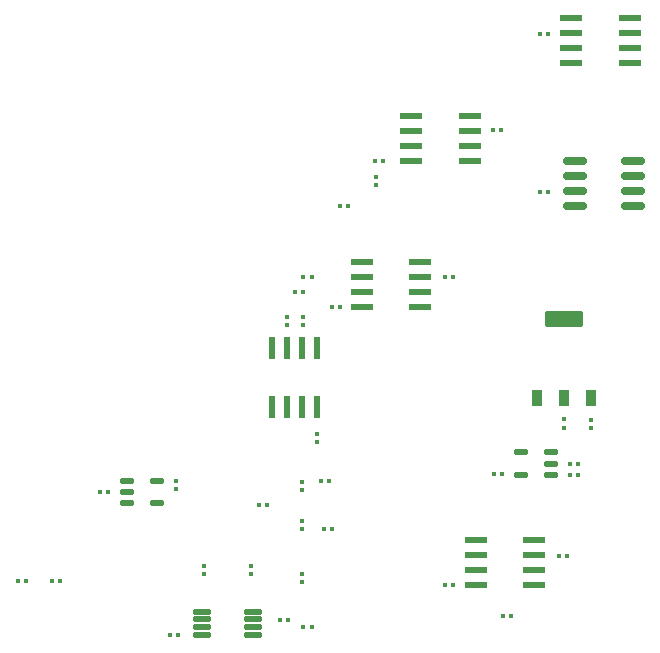
<source format=gbr>
%TF.GenerationSoftware,KiCad,Pcbnew,8.0.5*%
%TF.CreationDate,2024-10-11T16:07:05+03:00*%
%TF.ProjectId,test,74657374-2e6b-4696-9361-645f70636258,rev?*%
%TF.SameCoordinates,Original*%
%TF.FileFunction,Paste,Top*%
%TF.FilePolarity,Positive*%
%FSLAX46Y46*%
G04 Gerber Fmt 4.6, Leading zero omitted, Abs format (unit mm)*
G04 Created by KiCad (PCBNEW 8.0.5) date 2024-10-11 16:07:05*
%MOMM*%
%LPD*%
G01*
G04 APERTURE LIST*
G04 Aperture macros list*
%AMRoundRect*
0 Rectangle with rounded corners*
0 $1 Rounding radius*
0 $2 $3 $4 $5 $6 $7 $8 $9 X,Y pos of 4 corners*
0 Add a 4 corners polygon primitive as box body*
4,1,4,$2,$3,$4,$5,$6,$7,$8,$9,$2,$3,0*
0 Add four circle primitives for the rounded corners*
1,1,$1+$1,$2,$3*
1,1,$1+$1,$4,$5*
1,1,$1+$1,$6,$7*
1,1,$1+$1,$8,$9*
0 Add four rect primitives between the rounded corners*
20,1,$1+$1,$2,$3,$4,$5,0*
20,1,$1+$1,$4,$5,$6,$7,0*
20,1,$1+$1,$6,$7,$8,$9,0*
20,1,$1+$1,$8,$9,$2,$3,0*%
G04 Aperture macros list end*
%ADD10RoundRect,0.079500X-0.100500X0.079500X-0.100500X-0.079500X0.100500X-0.079500X0.100500X0.079500X0*%
%ADD11RoundRect,0.079500X0.100500X-0.079500X0.100500X0.079500X-0.100500X0.079500X-0.100500X-0.079500X0*%
%ADD12R,1.981200X0.558800*%
%ADD13RoundRect,0.079500X-0.079500X-0.100500X0.079500X-0.100500X0.079500X0.100500X-0.079500X0.100500X0*%
%ADD14RoundRect,0.147500X-0.457500X-0.147500X0.457500X-0.147500X0.457500X0.147500X-0.457500X0.147500X0*%
%ADD15RoundRect,0.079500X0.079500X0.100500X-0.079500X0.100500X-0.079500X-0.100500X0.079500X-0.100500X0*%
%ADD16RoundRect,0.147500X0.457500X0.147500X-0.457500X0.147500X-0.457500X-0.147500X0.457500X-0.147500X0*%
%ADD17R,0.558800X1.981200*%
%ADD18RoundRect,0.150000X-0.825000X-0.150000X0.825000X-0.150000X0.825000X0.150000X-0.825000X0.150000X0*%
%ADD19RoundRect,0.060000X-0.675000X-0.180000X0.675000X-0.180000X0.675000X0.180000X-0.675000X0.180000X0*%
%ADD20RoundRect,0.098250X-1.521750X-0.556750X1.521750X-0.556750X1.521750X0.556750X-1.521750X0.556750X0*%
%ADD21RoundRect,0.069750X-0.395250X-0.585250X0.395250X-0.585250X0.395250X0.585250X-0.395250X0.585250X0*%
G04 APERTURE END LIST*
D10*
%TO.C,C3*%
X22800000Y-45745000D03*
X22800000Y-45055000D03*
%TD*%
D11*
%TO.C,R12*%
X33400000Y-52955000D03*
X33400000Y-53645000D03*
%TD*%
D12*
%TO.C,U5*%
X53063800Y-50095000D03*
X53063800Y-51365000D03*
X53063800Y-52635000D03*
X53063800Y-53905000D03*
X48136200Y-53905000D03*
X48136200Y-52635000D03*
X48136200Y-51365000D03*
X48136200Y-50095000D03*
%TD*%
D13*
%TO.C,C12*%
X30465000Y-47100000D03*
X29775000Y-47100000D03*
%TD*%
D14*
%TO.C,U4*%
X21155000Y-45050000D03*
X21155000Y-46950000D03*
X18645000Y-46950000D03*
X18645000Y-46000000D03*
X18645000Y-45050000D03*
%TD*%
D15*
%TO.C,C18*%
X56100000Y-43600000D03*
X56790000Y-43600000D03*
%TD*%
%TO.C,C19*%
X56100000Y-44600000D03*
X56790000Y-44600000D03*
%TD*%
D12*
%TO.C,U10*%
X61163800Y-5895000D03*
X61163800Y-7165000D03*
X61163800Y-8435000D03*
X61163800Y-9705000D03*
X56236200Y-9705000D03*
X56236200Y-8435000D03*
X56236200Y-7165000D03*
X56236200Y-5895000D03*
%TD*%
D13*
%TO.C,R11*%
X12945000Y-53500000D03*
X12255000Y-53500000D03*
%TD*%
%TO.C,C13*%
X35725000Y-45100000D03*
X35035000Y-45100000D03*
%TD*%
%TO.C,C20*%
X54245000Y-7200000D03*
X53555000Y-7200000D03*
%TD*%
%TO.C,C23*%
X46245000Y-53900000D03*
X45555000Y-53900000D03*
%TD*%
%TO.C,R13*%
X34245000Y-57400000D03*
X33555000Y-57400000D03*
%TD*%
D15*
%TO.C,R18*%
X33555000Y-27800000D03*
X34245000Y-27800000D03*
%TD*%
D10*
%TO.C,R10*%
X29100000Y-52945000D03*
X29100000Y-52255000D03*
%TD*%
D11*
%TO.C,C1*%
X57900000Y-40565000D03*
X57900000Y-39875000D03*
%TD*%
%TO.C,R16*%
X33500000Y-31155000D03*
X33500000Y-31845000D03*
%TD*%
D16*
%TO.C,U9*%
X51990000Y-44550000D03*
X51990000Y-42650000D03*
X54500000Y-42650000D03*
X54500000Y-43600000D03*
X54500000Y-44550000D03*
%TD*%
D12*
%TO.C,U7*%
X47627600Y-14160000D03*
X47627600Y-15430000D03*
X47627600Y-16700000D03*
X47627600Y-17970000D03*
X42700000Y-17970000D03*
X42700000Y-16700000D03*
X42700000Y-15430000D03*
X42700000Y-14160000D03*
%TD*%
D11*
%TO.C,R14*%
X33400000Y-48435000D03*
X33400000Y-49125000D03*
%TD*%
%TO.C,C2*%
X55600000Y-40545000D03*
X55600000Y-39855000D03*
%TD*%
D15*
%TO.C,C21*%
X22255000Y-58100000D03*
X22945000Y-58100000D03*
%TD*%
D13*
%TO.C,C30*%
X46245000Y-27800000D03*
X45555000Y-27800000D03*
%TD*%
D15*
%TO.C,C4*%
X16355000Y-46000000D03*
X17045000Y-46000000D03*
%TD*%
D17*
%TO.C,U6*%
X30895000Y-33836200D03*
X32165000Y-33836200D03*
X33435000Y-33836200D03*
X34705000Y-33836200D03*
X34705000Y-38763800D03*
X33435000Y-38763800D03*
X32165000Y-38763800D03*
X30895000Y-38763800D03*
%TD*%
D18*
%TO.C,U13*%
X61475000Y-17995000D03*
X61475000Y-19265000D03*
X61475000Y-20535000D03*
X61475000Y-21805000D03*
X56525000Y-21805000D03*
X56525000Y-20535000D03*
X56525000Y-19265000D03*
X56525000Y-17995000D03*
%TD*%
D19*
%TO.C,U3*%
X29250000Y-56125000D03*
X29250000Y-56775000D03*
X29250000Y-57425000D03*
X29250000Y-58075000D03*
X24950000Y-58075000D03*
X24950000Y-57425000D03*
X24950000Y-56775000D03*
X24950000Y-56125000D03*
%TD*%
D13*
%TO.C,R17*%
X33545000Y-29100000D03*
X32855000Y-29100000D03*
%TD*%
%TO.C,R8*%
X10045000Y-53500000D03*
X9355000Y-53500000D03*
%TD*%
%TO.C,C17*%
X50390000Y-44500000D03*
X49700000Y-44500000D03*
%TD*%
D12*
%TO.C,U12*%
X43463800Y-26495000D03*
X43463800Y-27765000D03*
X43463800Y-29035000D03*
X43463800Y-30305000D03*
X38536200Y-30305000D03*
X38536200Y-29035000D03*
X38536200Y-27765000D03*
X38536200Y-26495000D03*
%TD*%
D10*
%TO.C,R19*%
X39663800Y-20010000D03*
X39663800Y-19320000D03*
%TD*%
D15*
%TO.C,C14*%
X53555000Y-20600000D03*
X54245000Y-20600000D03*
%TD*%
D13*
%TO.C,C28*%
X40308800Y-17965000D03*
X39618800Y-17965000D03*
%TD*%
D20*
%TO.C,U1*%
X55600000Y-31355000D03*
D21*
X57890000Y-38045000D03*
X55600000Y-38045000D03*
X53310000Y-38045000D03*
%TD*%
D13*
%TO.C,C29*%
X36645000Y-30300000D03*
X35955000Y-30300000D03*
%TD*%
D15*
%TO.C,C11*%
X35255000Y-49100000D03*
X35945000Y-49100000D03*
%TD*%
D11*
%TO.C,C26*%
X32200000Y-31155000D03*
X32200000Y-31845000D03*
%TD*%
D13*
%TO.C,R20*%
X37308800Y-21765000D03*
X36618800Y-21765000D03*
%TD*%
%TO.C,C24*%
X55845000Y-51400000D03*
X55155000Y-51400000D03*
%TD*%
D11*
%TO.C,R15*%
X33400000Y-45155000D03*
X33400000Y-45845000D03*
%TD*%
D15*
%TO.C,C10*%
X50455000Y-56500000D03*
X51145000Y-56500000D03*
%TD*%
D10*
%TO.C,R9*%
X25100000Y-52945000D03*
X25100000Y-52255000D03*
%TD*%
D11*
%TO.C,C25*%
X34700000Y-41055000D03*
X34700000Y-41745000D03*
%TD*%
D13*
%TO.C,C27*%
X50308800Y-15365000D03*
X49618800Y-15365000D03*
%TD*%
%TO.C,C22*%
X32245000Y-56800000D03*
X31555000Y-56800000D03*
%TD*%
M02*

</source>
